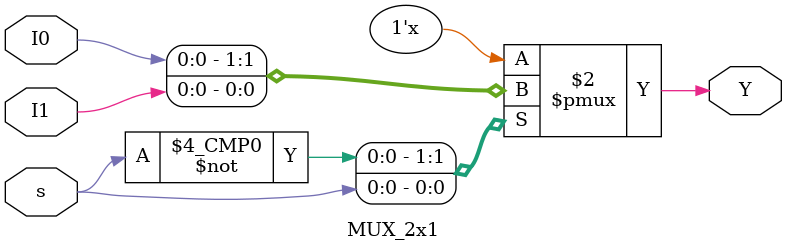
<source format=sv>
/*
==================================================================================================
					  _      _       _   _  
					 / \    | |     | | | | 
					/ _ \   | |     | | | | 
				  / ___ \  | |___  | |_| | 
				 /_/   \_\ |_____|  \___/  	
				 
==================================================================================================
*/
module alu
(
	input	[31:0]	i_operand_a, 
	input [31:0]	i_operand_b,
	input [3:0]		i_alu_op,
	
	output [31:0]	o_alu_data

);
/*
			|--------------------|-----------|-----------|-----------|-----------|
			|	 OPERATING MODE	|		S3		|		S2		|		S1		|		S0		|
			|--------------------|-----------|-----------|-----------|-----------|
			|			 ADD			|		0		|		0		|		0		|		0		|
			|--------------------|-----------|-----------|-----------|-----------|
			|			 SUB			|		0		|		0		|		0		|		1		|
			|--------------------|-----------|-----------|-----------|-----------|
			|			 AND			|		0		|		0		|		1		|		0		|
			|--------------------|-----------|-----------|-----------|-----------|
			|			 OR			|		0		|		0		|		1		|		1		|
			|--------------------|-----------|-----------|-----------|-----------|
			|			 SLTU			|		0		|		1		|		0		|		0		|
			|--------------------|-----------|-----------|-----------|-----------|
			|			 SLT			|		0		|		1		|		0		|		1		|
			|--------------------|-----------|-----------|-----------|-----------|
			|	 		 NULL			|		0		|		1		|		1		|		0		|
			|--------------------|-----------|-----------|-----------|-----------|
			|	 		 XOR			|		0		|		1		|		1		|		1		|
			|--------------------|-----------|-----------|-----------|-----------|
			|	 		 SRL			|		1		|		0		|		0		|		1		|
			|--------------------|-----------|-----------|-----------|-----------|
			|	 		 SAR			|		1		|		0		|		1		|		1		|
			|--------------------|-----------|-----------|-----------|-----------|			
			|	 		 SLL			|		1		|		1		|		0		|		1		|
			|--------------------|-----------|-----------|-----------|-----------|
			
						
	-NOte that, i_alu_op[0] is use to control ADDER (0) and SUBTRATOR (1)
						
*/
logic CF;
logic ZF;
logic SF;
logic OF;
logic [1:0] sel_shift;
logic Pre_SLT_out, AS, s_sub, shift_ins, sltu_ins, zero, one;
logic [31:0] AND_out, OR_out, XOR_out, SLT_out, SLTU_out, SHIFT_out, ADD_out;
logic Cout;

// SUB
logic [31:0] AB, ni_operand_b;
assign ni_operand_b = ~i_operand_b;

	MUX_2x1_32Bits					SUBTRATOR (
	.s(s_sub), 
	.I0(i_operand_b[31:0]), 
	.I1(ni_operand_b[31:0]), 
	.Y(AB[31:0])
	);

// ADD
	ADDER_32bits					ADDER_32bits_ALU (
	.A(i_operand_a[31:0]), 
	.B(AB[31:0]), 
	.Cin(s_sub), 
	.Sum(ADD_out[31:0]), 
	.Cout(Cout)
	);

// LOGIC
assign AND_out = i_operand_a & i_operand_b;
assign OR_out	= i_operand_a | i_operand_b;
assign XOR_out = i_operand_a ^ i_operand_b;

// Shifter
assign sel_shift = i_alu_op[2:1];

	SHIFTER_32bits					Barrel_shifter (
	.A(i_operand_a[31:0]), 
	.B(i_operand_b[4:0]), 
	.Sel(sel_shift[1:0]), 
	.Y(SHIFT_out[31:0])
	);

// SLT
assign Pre_SLT_out = OF ^ ADD_out[31];
assign SLT_out = {31'b0,Pre_SLT_out};		// Zero_Ext

// SLTU
assign sltu_ins = ~i_alu_op[3] & i_alu_op[2] & ~i_alu_op[1] & ~i_alu_op[0];	// i_alu_op = 0100
assign s_sub = i_alu_op[0] | sltu_ins;  													// SUB, SLTU, SLT all use subtraction
assign SLTU_out = {31'b0, ~Cout};															// Zero_Ext

// EFLAGS
/*

					CF ; Carry Flag
					ZF : Zero Flag
					SF ; Sign Flag
					OF : Overflow Flag

*/
assign zero = 1'b0;
assign shift_ins = i_alu_op[3] & ~i_alu_op[2] & i_alu_op[1] & i_alu_op[0];		// i_alu_op = 1011

	MUX_2x1							selectCtrl2 (
	.s(shift_ins), 
	.I0(i_alu_op[1]), 
	.I1(zero), 
	.Y(AS)
	);

	assign CF = ~AS & Cout;
	assign ZF = &(~o_alu_data); 
	assign SF = o_alu_data[31];
	assign OF = ~(i_operand_a[31] ^ i_operand_b[31] ^ s_sub) & (i_operand_a[31] ^ ADD_out[31]) & ~AS;

	// ALU_MUX
	ALU_MUX							ALU_MUX_1 (
	.i_alu_op(i_alu_op[3:0]), 
	.I0(ADD_out[31:0]), 
	.I1(ADD_out[31:0]), 
	.I2(AND_out[31:0]), 
	.I3(OR_out[31:0]), 
	.I4(SLTU_out[31:0]),
	.I5(SLT_out[31:0]), 
	.I6(XOR_out[31:0]), 
	.I7(SHIFT_out[31:0]), 
	.I8(SHIFT_out[31:0]), 
	.I9(SHIFT_out[31:0]), 
	.o_alu_data(o_alu_data[31:0])
	);


endmodule 

/*
==================================================================================================
			  _    _    _   _    __  __ _   ___  __
			 / \  | |  | | | |  |  \/  | | | \ \/ /
			/ _ \ | |  | | | |  | |\/| | | | |\  / 
		  / ___ \| |__| |_| |  | |  | | |_| |/  \ 
		 /_/   \_\_____\___/   |_|  |_|\___//_/\_\
                                          
==================================================================================================
*/
module ALU_MUX
(
	input [3:0] i_alu_op,
	input [31:0] I0, I1, I2, I3, I4, I5, I6, I7, I8, I9,
	output logic [31:0] o_alu_data
);

    always @(*) begin
        case (i_alu_op)
            4'b0000: o_alu_data = I0;  // ADD
            4'b0001: o_alu_data = I1;  // SUB
            4'b0010: o_alu_data = I2;  // AND
				4'b0011: o_alu_data = I3;  // OR
				4'b0100: o_alu_data = I4;  // SLTU (Set if Less Than, Unsigned)
				4'b0101: o_alu_data = I5;  // SLT  (Set if Less Than)
				4'b0111: o_alu_data = I6;  // XOR
				4'b1001: o_alu_data = I7;  // SRL
				4'b1011: o_alu_data = I8;  // SAR
				4'b1101: o_alu_data = I9;  // SLL
            default: o_alu_data = 32'b0; // Default (invalid case)
        endcase
    end	
endmodule

/*
==================================================================================================
		 __  __ _   ___  __  ____           _ 
		|  \/  | | | \ \/ / |___ \  __  __ / |
		| |\/| | | | |\  /    __) | \ \/ / | |
		| |  | | |_| |/  \   / __/   >  <  | |
		|_|  |_|\___//_/\_\ |_____| /_/\_\ |_|
                                       
==================================================================================================
*/

module MUX_2x1
(
	input s,
	input I0, I1,
	output Y
);			

    always @(*) begin
        case (s)
            1'b0: Y = I0;  
            1'b1: Y = I1;   
            default: Y = 1'd0; 
        endcase
    end	
				
endmodule 
</source>
